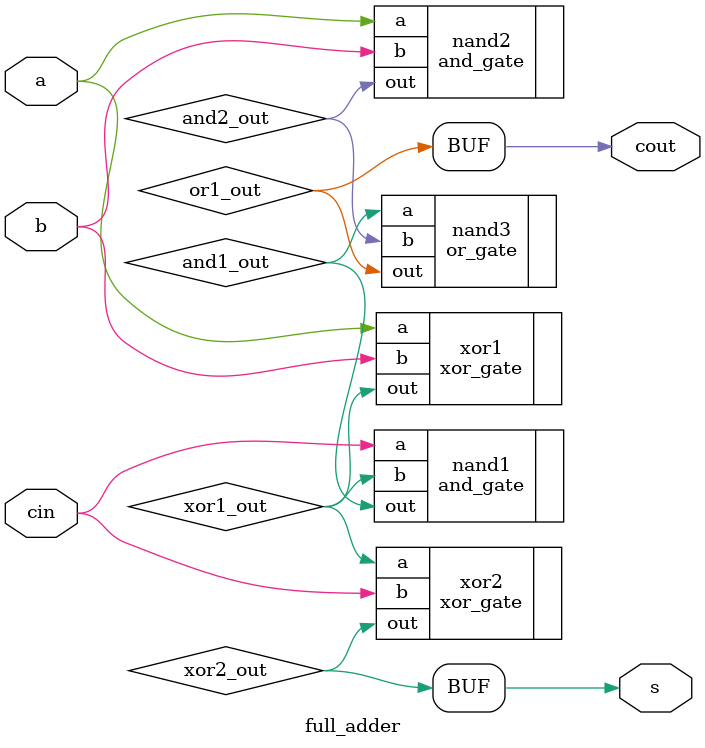
<source format=v>
module full_adder(input wire a, b, cin, output wire s, cout);

  wire xor1_out, xor2_out, and1_out, and2_out, or1_out;

  xor_gate xor1 (.a(a), .b(b), .out(xor1_out));
  xor_gate xor2 (.a(xor1_out), .b(cin), .out(xor2_out));
  and_gate nand1 (.a(cin), .b(xor1_out), .out(and1_out));
  and_gate nand2 (.a(a), .b(b), .out(and2_out));
  or_gate nand3 (.a(and1_out), .b(and2_out), .out(or1_out));

  assign s = xor2_out;
  assign cout = or1_out;

endmodule

</source>
